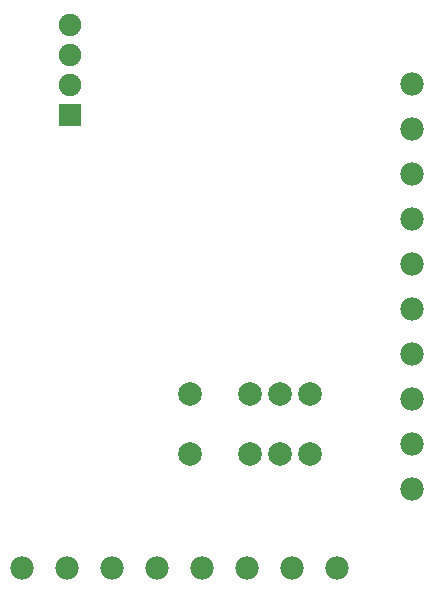
<source format=gbs>
G04 Layer: BottomSolderMaskLayer*
G04 EasyEDA v6.3.22, 2020-01-08T21:12:26+01:00*
G04 b28a7935c23a4a24a3ae34985d5a7298,2d2f38d6ccaf4c36845c7e91a662877a,10*
G04 Gerber Generator version 0.2*
G04 Scale: 100 percent, Rotated: No, Reflected: No *
G04 Dimensions in millimeters *
G04 leading zeros omitted , absolute positions ,3 integer and 3 decimal *
%FSLAX33Y33*%
%MOMM*%
G90*
G71D02*

%ADD56C,2.003196*%
%ADD58C,1.903197*%
%ADD62C,1.981200*%

%LPD*%
G54D56*
G01X23876Y15494D03*
G01X28956Y15494D03*
G01X31496Y15494D03*
G01X34036Y15494D03*
G01X34036Y20574D03*
G01X31496Y20574D03*
G01X28956Y20574D03*
G01X23876Y20574D03*
G36*
G01X12763Y43243D02*
G01X12763Y45148D01*
G01X14668Y45148D01*
G01X14668Y43243D01*
G01X12763Y43243D01*
G37*
G54D58*
G01X13716Y46736D03*
G01X13716Y49276D03*
G01X13716Y51816D03*
G54D62*
G01X42672Y46863D03*
G01X42672Y43053D03*
G01X21082Y5842D03*
G01X24892Y5842D03*
G01X28702Y5842D03*
G01X17272Y5842D03*
G01X13462Y5842D03*
G01X9652Y5842D03*
G01X36314Y5842D03*
G01X32504Y5842D03*
G01X42672Y12573D03*
G01X42672Y16383D03*
G01X42672Y35433D03*
G01X42672Y39243D03*
G01X42672Y27813D03*
G01X42672Y31623D03*
G01X42672Y20193D03*
G01X42672Y24003D03*
M00*
M02*

</source>
